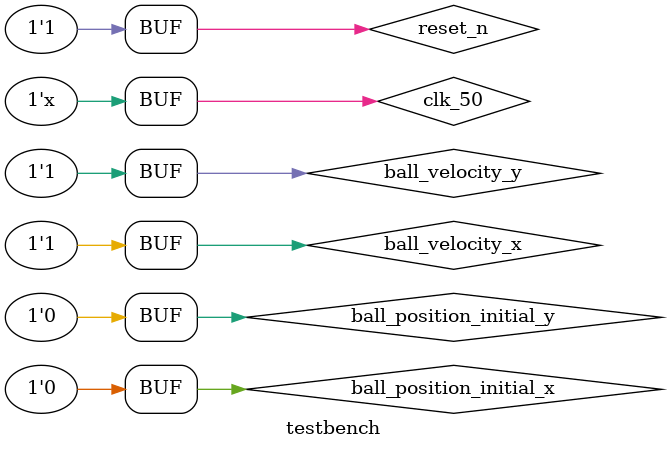
<source format=v>
module testtop(
input 	   clk_50,
input 	   reset_n,
input      ball_position_initial_x,
input      ball_position_initial_y,
input      ball_velocity_x,
input 	   ball_velocity_y,
output reg ball_position_x,
output reg ball_position_y
);

always @(posedge clk_50 or negedge reset_n)
	if (!reset_n) begin
		ball_position_x = ball_position_initial_x;
		ball_position_y = ball_position_initial_y;
	end
	else begin	
		ball_position_x = ball_position_x + ball_velocity_x;
     		ball_position_y = ball_position_y + ball_velocity_y;
	end
endmodule


`timescale 1ns / 1ps
module testbench();
		reg ball_position_initial_x;
		reg ball_position_initial_y;
		reg ball_velocity_x;
		reg ball_velocity_y;
		reg clk_50;
		reg reset_n;
		wire ball_position_x;
		wire ball_position_y;
		testtop test (clk_50,
			      reset_n,
			      ball_position_initial_x, 
			      ball_position_initial_y, 
			      ball_velocity_x, 
			      ball_velocity_y, 
			      ball_position_x,
			      ball_position_y);
		initial
		begin

				ball_position_initial_x <= 1'b0; 
				ball_position_initial_y <= 1'b0; 
				ball_velocity_x <= 1'b1; 
				ball_velocity_y <= 1'b1;
				clk_50 <= 1'b0;
				
				// Create a negative edge on reset_n at #1
				// and normalize the reset signal to 1 after a clock cycle (#10).
				reset_n <= 1'b1;
				#1 reset_n <= 1'b0;
				#9 reset_n <= 1'b1;
		end
		always #5 clk_50 = ~clk_50;
endmodule


</source>
